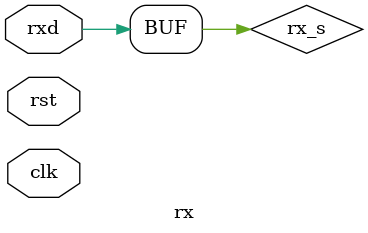
<source format=sv>
module rx #(
    parameter logic [3:0] WIDTH = 8  
)(
    input logic clk,
    input logic rst,
    input logic rxd
);
  logic rx_c, rx_s;

  fifo #(.WIDTH (WIDTH)) i_fifo(
    .clk (clk),
    .rst (rst)
  );

  assign rx_s = rxd;
  
endmodule
</source>
